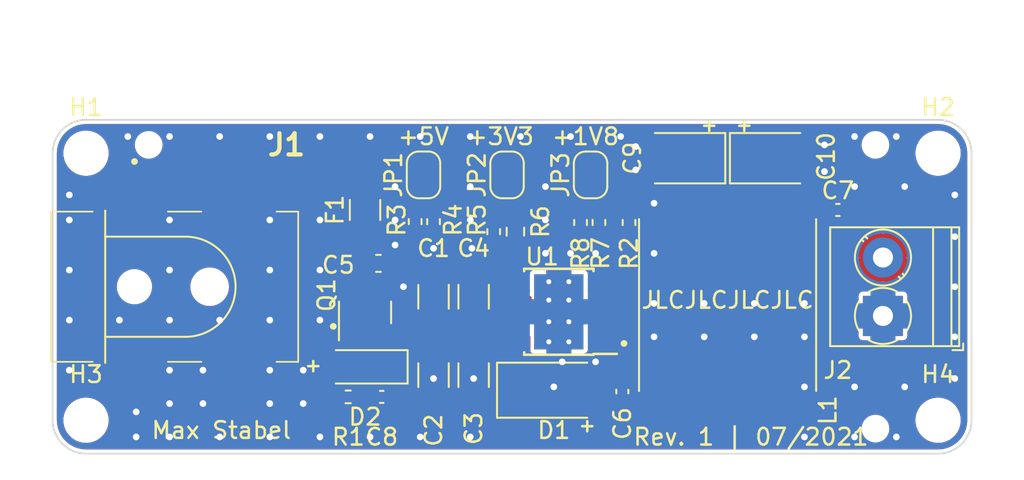
<source format=kicad_pcb>
(kicad_pcb (version 20210623) (generator pcbnew)
  (title_block (title "TPS5430") (date "2021-07-15") (rev "1.0.0") (company "Max Stabel"))
  (layers (0 "F.Cu" signal) (31 "B.Cu" signal) (34 "B.Paste" user) (35 "F.Paste" user) (36 "B.SilkS" user "B.Silkscreen") (37 "F.SilkS" user "F.Silkscreen") (38 "B.Mask" user) (39 "F.Mask" user) (44 "Edge.Cuts" user))
  (net 0 "")
  (net 1 "VCC")
  (net 2 "GND")
  (net 3 "Net-(C5-Pad1)")
  (net 4 "Net-(C6-Pad1)")
  (net 5 "Net-(C6-Pad2)")
  (net 6 "VDD")
  (net 7 "Net-(C8-Pad2)")
  (net 8 "Net-(F1-Pad1)")
  (net 9 "Net-(JP1-Pad1)")
  (net 10 "/Feedback")
  (net 11 "Net-(JP2-Pad1)")
  (net 12 "Net-(JP3-Pad1)")
  (net 13 "Net-(R5-Pad2)")
  (footprint "Diode_SMD:D_SMA" (layer "F.Cu") (at 177 92.2)
    (fp_text reference "D1" (at 0 2.4) (layer "F.SilkS"))
    (fp_text value "SS34")
    (fp_line (start -3.4 -1.65) (end -3.4 1.65) (layer "F.SilkS") (width 0.12))
    (fp_line (start -3.4 -1.65) (end 2 -1.65) (layer "F.SilkS") (width 0.12))
    (fp_line (start -3.4 1.65) (end 2 1.65) (layer "F.SilkS") (width 0.12))
    (pad "1" smd rect locked (at -2 0) (size 2.5 1.8) (layers "F.Cu" "F.Paste" "F.Mask") (net 5 "Net-(C6-Pad2)"))
    (pad "2" smd rect locked (at 2 0) (size 2.5 1.8) (layers "F.Cu" "F.Paste" "F.Mask") (net 2 "GND"))
  )
  (footprint "Capacitor_Tantalum_SMD:CP_EIA-3528-21_Kemet-B" (layer "F.Cu") (at 190 78.3)
    (fp_text reference "C10" (at 3.3 -0.1 90) (layer "F.SilkS"))
    (fp_text value "100u{slash}6.3V")
    (fp_line (start -2.46 -1.51) (end -2.46 1.51) (layer "F.SilkS") (width 0.12))
    (fp_line (start 1.75 -1.51) (end -2.46 -1.51) (layer "F.SilkS") (width 0.12))
    (fp_line (start -2.46 1.51) (end 1.75 1.51) (layer "F.SilkS") (width 0.12))
    (pad "1" smd roundrect locked (at -1.5375 0) (size 1.325 2.35) (layers "F.Cu" "F.Paste" "F.Mask") (roundrect_rratio 0.1886792453) (net 6 "VDD"))
    (pad "2" smd roundrect locked (at 1.5375 0) (size 1.325 2.35) (layers "F.Cu" "F.Paste" "F.Mask") (roundrect_rratio 0.1886792453) (net 2 "GND"))
  )
  (footprint "Package_TO_SOT_SMD:SOT-23" (layer "F.Cu") (at 165.7 87.5375 90)
    (fp_text reference "Q1" (at 1.0375 -2.3 90) (layer "F.SilkS"))
    (fp_text value "AO3401A")
    (fp_line (start 0 1.56) (end 0.65 1.56) (layer "F.SilkS") (width 0.12))
    (fp_line (start 0 1.56) (end -0.65 1.56) (layer "F.SilkS") (width 0.12))
    (fp_line (start 0 -1.56) (end -1.675 -1.56) (layer "F.SilkS") (width 0.12))
    (fp_line (start 0 -1.56) (end 0.65 -1.56) (layer "F.SilkS") (width 0.12))
    (pad "1" smd roundrect locked (at -0.9375 -0.95 90) (size 1.475 0.6) (layers "F.Cu" "F.Paste" "F.Mask") (net 7 "Net-(C8-Pad2)"))
    (pad "2" smd roundrect locked (at -0.9375 0.95 90) (size 1.475 0.6) (layers "F.Cu" "F.Paste" "F.Mask") (net 1 "VCC"))
    (pad "3" smd roundrect locked (at 0.9375 0 90) (size 1.475 0.6) (layers "F.Cu" "F.Paste" "F.Mask") (net 3 "Net-(C5-Pad1)"))
  )
  (footprint "Capacitor_SMD:C_0402_1005Metric" (layer "F.Cu") (at 181.1 92.28 -90)
    (fp_text reference "C6" (at 1.92 0 90) (layer "F.SilkS"))
    (fp_text value "10n")
    (fp_line (start -0.107836 0.36) (end 0.107836 0.36) (layer "F.SilkS") (width 0.12))
    (fp_line (start -0.107836 -0.36) (end 0.107836 -0.36) (layer "F.SilkS") (width 0.12))
    (pad "1" smd roundrect locked (at -0.48 0 270) (size 0.56 0.62) (layers "F.Cu" "F.Paste" "F.Mask") (net 4 "Net-(C6-Pad1)"))
    (pad "2" smd roundrect locked (at 0.48 0 270) (size 0.56 0.62) (layers "F.Cu" "F.Paste" "F.Mask") (net 5 "Net-(C6-Pad2)"))
  )
  (footprint "Capacitor_SMD:C_0402_1005Metric" (layer "F.Cu") (at 166.7 92.6 180)
    (fp_text reference "C8" (at 0 -2.4) (layer "F.SilkS"))
    (fp_text value "100n/16V")
    (fp_line (start -0.107836 0.36) (end 0.107836 0.36) (layer "F.SilkS") (width 0.12))
    (fp_line (start -0.107836 -0.36) (end 0.107836 -0.36) (layer "F.SilkS") (width 0.12))
    (pad "1" smd roundrect locked (at -0.48 0 180) (size 0.56 0.62) (layers "F.Cu" "F.Paste" "F.Mask") (net 1 "VCC"))
    (pad "2" smd roundrect locked (at 0.48 0 180) (size 0.56 0.62) (layers "F.Cu" "F.Paste" "F.Mask") (net 7 "Net-(C8-Pad2)"))
  )
  (footprint "MountingHole:MountingHole_2.2mm_M2_ISO7380" (layer "F.Cu") (at 200 94)
    (fp_text reference "H4" (at 0 -2.75) (layer "F.SilkS"))
    (fp_text value "MountingHole")
    (pad "1" np_thru_hole circle locked (at 0 0) (size 2.2 2.2) (drill 2.2) (layers *.Cu *.Mask))
  )
  (footprint "Diode_SMD:D_MiniMELF" (layer "F.Cu") (at 165.7 90.8 180)
    (fp_text reference "D2" (at 0 -3) (layer "F.SilkS"))
    (fp_text value "ZMM5V6")
    (fp_line (start 1.75 -1) (end -2.55 -1) (layer "F.SilkS") (width 0.12))
    (fp_line (start -2.55 1) (end 1.75 1) (layer "F.SilkS") (width 0.12))
    (fp_line (start -2.55 -1) (end -2.55 1) (layer "F.SilkS") (width 0.12))
    (pad "1" smd rect locked (at -1.75 0 180) (size 1.3 1.7) (layers "F.Cu" "F.Paste" "F.Mask") (net 1 "VCC"))
    (pad "2" smd rect locked (at 1.75 0 180) (size 1.3 1.7) (layers "F.Cu" "F.Paste" "F.Mask") (net 7 "Net-(C8-Pad2)"))
  )
  (footprint "Capacitor_SMD:C_0603_1608Metric" (layer "F.Cu") (at 166.5 84.6)
    (fp_text reference "C5" (at -2.4 0.1) (layer "F.SilkS"))
    (fp_text value "100n{slash}50V")
    (fp_line (start -0.14058 -0.51) (end 0.14058 -0.51) (layer "F.SilkS") (width 0.12))
    (fp_line (start -0.14058 0.51) (end 0.14058 0.51) (layer "F.SilkS") (width 0.12))
    (pad "1" smd roundrect locked (at -0.775 0) (size 0.9 0.95) (layers "F.Cu" "F.Paste" "F.Mask") (net 3 "Net-(C5-Pad1)"))
    (pad "2" smd roundrect locked (at 0.775 0) (size 0.9 0.95) (layers "F.Cu" "F.Paste" "F.Mask") (net 2 "GND"))
  )
  (footprint "Jumper:SolderJumper-2_P1.3mm_Open_RoundedPad1.0x1.5mm" (layer "F.Cu") (at 174.2 79.3 90)
    (fp_text reference "JP2" (at 0 -1.8 90) (layer "F.SilkS"))
    (fp_text value "SolderJumper_2_Open")
    (fp_line (start 1.4 -0.3) (end 1.4 0.3) (layer "F.SilkS") (width 0.12))
    (fp_line (start 0.7 1) (end -0.7 1) (layer "F.SilkS") (width 0.12))
    (fp_line (start -1.4 0.3) (end -1.4 -0.3) (layer "F.SilkS") (width 0.12))
    (fp_line (start -0.7 -1) (end 0.7 -1) (layer "F.SilkS") (width 0.12))
    (fp_arc (start -0.7 0.3) (end -1.4 0.3) (angle -90) (layer "F.SilkS") (width 0.12))
    (fp_arc (start -0.7 -0.3) (end -0.7 -1) (angle -90) (layer "F.SilkS") (width 0.12))
    (fp_arc (start 0.7 0.3) (end 0.7 1) (angle -90) (layer "F.SilkS") (width 0.12))
    (fp_arc (start 0.7 -0.3) (end 1.4 -0.3) (angle -90) (layer "F.SilkS") (width 0.12))
    (pad "1" smd custom locked (at -0.65 0 90) (size 1 0.5) (layers "F.Cu" "F.Mask") (net 11 "Net-(JP2-Pad1)") (options (clearance outline) (anchor rect)) (primitives (gr_circle (center 0 0.25) (end 0.5 0.25) (width 0) (fill yes)) (gr_circle (center 0 -0.25) (end 0.5 -0.25) (width 0) (fill yes)) (gr_poly (pts (xy 0 -0.75) (xy 0.5 -0.75) (xy 0.5 0.75) (xy 0 0.75)) (width 0) (fill yes))))
    (pad "2" smd custom locked (at 0.65 0 90) (size 1 0.5) (layers "F.Cu" "F.Mask") (net 10 "/Feedback") (options (clearance outline) (anchor rect)) (primitives (gr_circle (center 0 0.25) (end 0.5 0.25) (width 0) (fill yes)) (gr_circle (center 0 -0.25) (end 0.5 -0.25) (width 0) (fill yes)) (gr_poly (pts (xy 0 -0.75) (xy -0.5 -0.75) (xy -0.5 0.75) (xy 0 0.75)) (width 0) (fill yes))))
  )
  (footprint "Resistor_SMD:R_0402_1005Metric" (layer "F.Cu") (at 168.7 82.1 -90)
    (fp_text reference "R3" (at -0.1 1.1 90) (layer "F.SilkS"))
    (fp_text value "3k3")
    (fp_line (start -0.153641 -0.38) (end 0.153641 -0.38) (layer "F.SilkS") (width 0.12))
    (fp_line (start -0.153641 0.38) (end 0.153641 0.38) (layer "F.SilkS") (width 0.12))
    (pad "1" smd roundrect locked (at -0.51 0 270) (size 0.54 0.64) (layers "F.Cu" "F.Paste" "F.Mask") (net 9 "Net-(JP1-Pad1)"))
    (pad "2" smd roundrect locked (at 0.51 0 270) (size 0.54 0.64) (layers "F.Cu" "F.Paste" "F.Mask") (net 2 "GND"))
  )
  (footprint "Capacitor_SMD:C_1206_3216Metric" (layer "F.Cu") (at 172.2 86.6 90)
    (fp_text reference "C4" (at 2.9 0 180) (layer "F.SilkS"))
    (fp_text value "10u/50V")
    (fp_line (start -0.711252 -0.91) (end 0.711252 -0.91) (layer "F.SilkS") (width 0.12))
    (fp_line (start -0.711252 0.91) (end 0.711252 0.91) (layer "F.SilkS") (width 0.12))
    (pad "1" smd roundrect locked (at -1.475 0 90) (size 1.15 1.8) (layers "F.Cu" "F.Paste" "F.Mask") (roundrect_rratio 0.2173913043) (net 1 "VCC"))
    (pad "2" smd roundrect locked (at 1.475 0 90) (size 1.15 1.8) (layers "F.Cu" "F.Paste" "F.Mask") (roundrect_rratio 0.2173913043) (net 2 "GND"))
  )
  (footprint "Resistor_SMD:R_0402_1005Metric" (layer "F.Cu") (at 179.7 82.15 -90)
    (fp_text reference "R7" (at 1.85 -0.1 90) (layer "F.SilkS"))
    (fp_text value "22k")
    (fp_line (start -0.153641 0.38) (end 0.153641 0.38) (layer "F.SilkS") (width 0.12))
    (fp_line (start -0.153641 -0.38) (end 0.153641 -0.38) (layer "F.SilkS") (width 0.12))
    (pad "1" smd roundrect locked (at -0.51 0 270) (size 0.54 0.64) (layers "F.Cu" "F.Paste" "F.Mask") (net 12 "Net-(JP3-Pad1)"))
    (pad "2" smd roundrect locked (at 0.51 0 270) (size 0.54 0.64) (layers "F.Cu" "F.Paste" "F.Mask") (net 2 "GND"))
  )
  (footprint "Jumper:SolderJumper-2_P1.3mm_Open_RoundedPad1.0x1.5mm" (layer "F.Cu") (at 169.2 79.3 90)
    (fp_text reference "JP1" (at 0 -1.8 90) (layer "F.SilkS"))
    (fp_text value "SolderJumper_2_Open")
    (fp_line (start -0.7 -1) (end 0.7 -1) (layer "F.SilkS") (width 0.12))
    (fp_line (start 1.4 -0.3) (end 1.4 0.3) (layer "F.SilkS") (width 0.12))
    (fp_line (start -1.4 0.3) (end -1.4 -0.3) (layer "F.SilkS") (width 0.12))
    (fp_line (start 0.7 1) (end -0.7 1) (layer "F.SilkS") (width 0.12))
    (fp_arc (start -0.7 -0.3) (end -0.7 -1) (angle -90) (layer "F.SilkS") (width 0.12))
    (fp_arc (start -0.7 0.3) (end -1.4 0.3) (angle -90) (layer "F.SilkS") (width 0.12))
    (fp_arc (start 0.7 -0.3) (end 1.4 -0.3) (angle -90) (layer "F.SilkS") (width 0.12))
    (fp_arc (start 0.7 0.3) (end 0.7 1) (angle -90) (layer "F.SilkS") (width 0.12))
    (pad "1" smd custom locked (at -0.65 0 90) (size 1 0.5) (layers "F.Cu" "F.Mask") (net 9 "Net-(JP1-Pad1)") (options (clearance outline) (anchor rect)) (primitives (gr_circle (center 0 0.25) (end 0.5 0.25) (width 0) (fill yes)) (gr_circle (center 0 -0.25) (end 0.5 -0.25) (width 0) (fill yes)) (gr_poly (pts (xy 0 -0.75) (xy 0.5 -0.75) (xy 0.5 0.75) (xy 0 0.75)) (width 0) (fill yes))))
    (pad "2" smd custom locked (at 0.65 0 90) (size 1 0.5) (layers "F.Cu" "F.Mask") (net 10 "/Feedback") (options (clearance outline) (anchor rect)) (primitives (gr_circle (center 0 0.25) (end 0.5 0.25) (width 0) (fill yes)) (gr_circle (center 0 -0.25) (end 0.5 -0.25) (width 0) (fill yes)) (gr_poly (pts (xy 0 -0.75) (xy -0.5 -0.75) (xy -0.5 0.75) (xy 0 0.75)) (width 0) (fill yes))))
  )
  (footprint "Package_SO:TI_SO-PowerPAD-8_ThermalVias" (layer "F.Cu") (at 177.3 87.5 180)
    (fp_text reference "U1" (at 1 3.3) (layer "F.SilkS"))
    (fp_text value "TPS5430DDA")
    (fp_line (start 2.075 2.575) (end 2.075 2.43) (layer "F.SilkS") (width 0.15))
    (fp_line (start 2.075 -2.575) (end 2.075 -2.43) (layer "F.SilkS") (width 0.15))
    (fp_line (start -2.075 -2.525) (end -3.475 -2.525) (layer "F.SilkS") (width 0.15))
    (fp_line (start -2.075 2.575) (end 2.075 2.575) (layer "F.SilkS") (width 0.15))
    (fp_line (start -2.075 -2.575) (end -2.075 -2.525) (layer "F.SilkS") (width 0.15))
    (fp_line (start -2.075 -2.575) (end 2.075 -2.575) (layer "F.SilkS") (width 0.15))
    (fp_line (start -2.075 2.575) (end -2.075 2.43) (layer "F.SilkS") (width 0.15))
    (pad "1" smd rect locked (at -2.7 -1.905 180) (size 1.55 0.6) (layers "F.Cu" "F.Paste" "F.Mask") (net 4 "Net-(C6-Pad1)"))
    (pad "2" smd rect locked (at -2.7 -0.635 180) (size 1.55 0.6) (layers "F.Cu" "F.Paste" "F.Mask"))
    (pad "3" smd rect locked (at -2.7 0.635 180) (size 1.55 0.6) (layers "F.Cu" "F.Paste" "F.Mask"))
    (pad "4" smd rect locked (at -2.7 1.905 180) (size 1.55 0.6) (layers "F.Cu" "F.Paste" "F.Mask") (net 10 "/Feedback"))
    (pad "5" smd rect locked (at 2.7 1.905 180) (size 1.55 0.6) (layers "F.Cu" "F.Paste" "F.Mask"))
    (pad "6" smd rect locked (at 2.7 0.635 180) (size 1.55 0.6) (layers "F.Cu" "F.Paste" "F.Mask") (net 2 "GND"))
    (pad "7" smd rect locked (at 2.7 -0.635 180) (size 1.55 0.6) (layers "F.Cu" "F.Paste" "F.Mask") (net 1 "VCC"))
    (pad "8" smd rect locked (at 2.7 -1.905 180) (size 1.55 0.6) (layers "F.Cu" "F.Paste" "F.Mask") (net 5 "Net-(C6-Pad2)"))
    (pad "9" thru_hole circle locked (at 0.6 1.8 180) (size 0.6 0.6) (drill 0.3) (layers *.Cu) (net 2 "GND"))
    (pad "9" smd rect locked (at 0 0 180) (size 2.6 3.1) (layers "F.Cu" "F.Paste" "F.Mask") (net 2 "GND"))
    (pad "9" thru_hole circle locked (at 0.6 -0.6 180) (size 0.6 0.6) (drill 0.3) (layers *.Cu) (net 2 "GND"))
    (pad "9" smd rect locked (at 0 0 180) (size 2.95 4.5) (layers "F.Cu") (net 2 "GND"))
    (pad "9" smd rect locked (at 0 0 180) (size 2.95 4.5) (layers "B.Cu") (net 2 "GND"))
    (pad "9" thru_hole circle locked (at -0.6 -1.8 180) (size 0.6 0.6) (drill 0.3) (layers *.Cu) (net 2 "GND"))
    (pad "9" thru_hole circle locked (at 0.6 -1.8 180) (size 0.6 0.6) (drill 0.3) (layers *.Cu) (net 2 "GND"))
    (pad "9" thru_hole circle locked (at -0.6 0.7 180) (size 0.6 0.6) (drill 0.3) (layers *.Cu) (net 2 "GND"))
    (pad "9" thru_hole circle locked (at 0.6 0.7 180) (size 0.6 0.6) (drill 0.3) (layers *.Cu) (net 2 "GND"))
    (pad "9" thru_hole circle locked (at -0.6 -0.6 180) (size 0.6 0.6) (drill 0.3) (layers *.Cu) (net 2 "GND"))
    (pad "9" thru_hole circle locked (at -0.6 1.8 180) (size 0.6 0.6) (drill 0.3) (layers *.Cu) (net 2 "GND"))
  )
  (footprint "Capacitor_SMD:C_1206_3216Metric" (layer "F.Cu") (at 172.2 91.3 -90)
    (fp_text reference "C3" (at 3.2 0 90) (layer "F.SilkS"))
    (fp_text value "10u/50V")
    (fp_line (start -0.711252 0.91) (end 0.711252 0.91) (layer "F.SilkS") (width 0.12))
    (fp_line (start -0.711252 -0.91) (end 0.711252 -0.91) (layer "F.SilkS") (width 0.12))
    (pad "1" smd roundrect locked (at -1.475 0 270) (size 1.15 1.8) (layers "F.Cu" "F.Paste" "F.Mask") (roundrect_rratio 0.2173913043) (net 1 "VCC"))
    (pad "2" smd roundrect locked (at 1.475 0 270) (size 1.15 1.8) (layers "F.Cu" "F.Paste" "F.Mask") (roundrect_rratio 0.2173913043) (net 2 "GND"))
  )
  (footprint "Capacitor_SMD:C_1206_3216Metric" (layer "F.Cu") (at 169.8 86.6 90)
    (fp_text reference "C1" (at 2.9 0 180) (layer "F.SilkS"))
    (fp_text value "10u/50V")
    (fp_line (start -0.711252 -0.91) (end 0.711252 -0.91) (layer "F.SilkS") (width 0.12))
    (fp_line (start -0.711252 0.91) (end 0.711252 0.91) (layer "F.SilkS") (width 0.12))
    (pad "1" smd roundrect locked (at -1.475 0 90) (size 1.15 1.8) (layers "F.Cu" "F.Paste" "F.Mask") (roundrect_rratio 0.2173913043) (net 1 "VCC"))
    (pad "2" smd roundrect locked (at 1.475 0 90) (size 1.15 1.8) (layers "F.Cu" "F.Paste" "F.Mask") (roundrect_rratio 0.2173913043) (net 2 "GND"))
  )
  (footprint "MountingHole:MountingHole_2.2mm_M2_ISO7380" (layer "F.Cu") (at 149 78)
    (fp_text reference "H1" (at 0 -2.75) (layer "F.SilkS"))
    (fp_text value "MountingHole")
    (pad "1" np_thru_hole circle locked (at 0 0) (size 2.2 2.2) (drill 2.2) (layers *.Cu *.Mask))
  )
  (footprint "Capacitor_SMD:C_1206_3216Metric" (layer "F.Cu") (at 169.8 91.3 -90)
    (fp_text reference "C2" (at 3.3 0 90) (layer "F.SilkS"))
    (fp_text value "10u/50V")
    (fp_line (start -0.711252 0.91) (end 0.711252 0.91) (layer "F.SilkS") (width 0.12))
    (fp_line (start -0.711252 -0.91) (end 0.711252 -0.91) (layer "F.SilkS") (width 0.12))
    (pad "1" smd roundrect locked (at -1.475 0 270) (size 1.15 1.8) (layers "F.Cu" "F.Paste" "F.Mask") (roundrect_rratio 0.2173913043) (net 1 "VCC"))
    (pad "2" smd roundrect locked (at 1.475 0 270) (size 1.15 1.8) (layers "F.Cu" "F.Paste" "F.Mask") (roundrect_rratio 0.2173913043) (net 2 "GND"))
  )
  (footprint "MyFootprints:L_Sunlord_MWSA1004S_10x11.5x4mm" (layer "F.Cu") (at 187.4 87.1 90)
    (fp_text reference "L1" (at -6.3 6 90) (layer "F.SilkS"))
    (fp_text value "47u")
    (fp_line (start -5.15 5.3) (end 5.15 5.3) (layer "F.SilkS") (width 0.12))
    (fp_line (start -5.15 -5.3) (end 5.15 -5.3) (layer "F.SilkS") (width 0.12))
    (pad "1" smd rect locked (at -4.75 0 90) (size 4.1 4.1) (layers "F.Cu" "F.Paste" "F.Mask" "Eco2.User") (net 5 "Net-(C6-Pad2)"))
    (pad "2" smd rect locked (at 4.75 0 90) (size 4.1 4.1) (layers "F.Cu" "F.Paste" "F.Mask") (net 6 "VDD"))
  )
  (footprint "Resistor_SMD:R_0402_1005Metric" (layer "F.Cu") (at 169.8 82.1 -90)
    (fp_text reference "R4" (at -0.1 -1.17 90) (layer "F.SilkS"))
    (fp_text value "150k")
    (fp_line (start -0.153641 0.38) (end 0.153641 0.38) (layer "F.SilkS") (width 0.12))
    (fp_line (start -0.153641 -0.38) (end 0.153641 -0.38) (layer "F.SilkS") (width 0.12))
    (pad "1" smd roundrect locked (at -0.51 0 270) (size 0.54 0.64) (layers "F.Cu" "F.Paste" "F.Mask") (net 9 "Net-(JP1-Pad1)"))
    (pad "2" smd roundrect locked (at 0.51 0 270) (size 0.54 0.64) (layers "F.Cu" "F.Paste" "F.Mask") (net 2 "GND"))
  )
  (footprint "MyFootprints:ToolingHole_1.152mm" (layer "F.Cu") (at 152.75 77.5)
    (fp_text reference "REF**")
    (fp_text value "ToolingHole_1.152mm")
    (pad "" np_thru_hole circle locked (at 0 0) (size 1.152 1.152) (drill 1.152) (layers *.Cu *.Mask))
  )
  (footprint "MountingHole:MountingHole_2.2mm_M2_ISO7380" (layer "F.Cu") (at 200 78)
    (fp_text reference "H2" (at 0 -2.75) (layer "F.SilkS"))
    (fp_text value "MountingHole")
    (pad "1" np_thru_hole circle locked (at 0 0) (size 2.2 2.2) (drill 2.2) (layers *.Cu *.Mask))
  )
  (footprint "MyFootprints:ToolingHole_1.152mm" (layer "F.Cu") (at 196.25 77.5)
    (fp_text reference "REF**")
    (fp_text value "ToolingHole_1.152mm")
    (pad "" np_thru_hole circle locked (at 0 0) (size 1.152 1.152) (drill 1.152) (layers *.Cu *.Mask))
  )
  (footprint "Resistor_SMD:R_0402_1005Metric" (layer "F.Cu") (at 164.69 92.6 180)
    (fp_text reference "R1" (at -0.01 -2.4) (layer "F.SilkS"))
    (fp_text value "12k")
    (fp_line (start -0.153641 0.38) (end 0.153641 0.38) (layer "F.SilkS") (width 0.12))
    (fp_line (start -0.153641 -0.38) (end 0.153641 -0.38) (layer "F.SilkS") (width 0.12))
    (pad "1" smd roundrect locked (at -0.51 0 180) (size 0.54 0.64) (layers "F.Cu" "F.Paste" "F.Mask") (net 7 "Net-(C8-Pad2)"))
    (pad "2" smd roundrect locked (at 0.51 0 180) (size 0.54 0.64) (layers "F.Cu" "F.Paste" "F.Mask") (net 2 "GND"))
  )
  (footprint "Resistor_SMD:R_0402_1005Metric" (layer "F.Cu") (at 178.6 82.15 -90)
    (fp_text reference "R8" (at 1.85 0 90) (layer "F.SilkS"))
    (fp_text value "470k")
    (fp_line (start -0.153641 0.38) (end 0.153641 0.38) (layer "F.SilkS") (width 0.12))
    (fp_line (start -0.153641 -0.38) (end 0.153641 -0.38) (layer "F.SilkS") (width 0.12))
    (pad "1" smd roundrect locked (at -0.51 0 270) (size 0.54 0.64) (layers "F.Cu" "F.Paste" "F.Mask") (net 12 "Net-(JP3-Pad1)"))
    (pad "2" smd roundrect locked (at 0.51 0 270) (size 0.54 0.64) (layers "F.Cu" "F.Paste" "F.Mask") (net 2 "GND"))
  )
  (footprint "MyFootprints:ToolingHole_1.152mm" (layer "F.Cu") (at 196.25 94.5)
    (fp_text reference "REF**")
    (fp_text value "ToolingHole_1.152mm")
    (pad "" np_thru_hole circle locked (at 0 0) (size 1.152 1.152) (drill 1.152) (layers *.Cu *.Mask))
  )
  (footprint "Capacitor_SMD:C_0402_1005Metric" (layer "F.Cu") (at 194 81.4)
    (fp_text reference "C7" (at 0 -1.16) (layer "F.SilkS"))
    (fp_text value "10u/6.3V")
    (fp_line (start -0.107836 -0.36) (end 0.107836 -0.36) (layer "F.SilkS") (width 0.12))
    (fp_line (start -0.107836 0.36) (end 0.107836 0.36) (layer "F.SilkS") (width 0.12))
    (pad "1" smd roundrect locked (at -0.48 0) (size 0.56 0.62) (layers "F.Cu" "F.Paste" "F.Mask") (net 6 "VDD"))
    (pad "2" smd roundrect locked (at 0.48 0) (size 0.56 0.62) (layers "F.Cu" "F.Paste" "F.Mask") (net 2 "GND"))
  )
  (footprint "Resistor_SMD:R_0402_1005Metric" (layer "F.Cu") (at 173.4 82.7 -90)
    (fp_text reference "R5" (at -0.7 1 90) (layer "F.SilkS"))
    (fp_text value "5k6")
    (fp_line (start -0.153641 0.38) (end 0.153641 0.38) (layer "F.SilkS") (width 0.12))
    (fp_line (start -0.153641 -0.38) (end 0.153641 -0.38) (layer "F.SilkS") (width 0.12))
    (pad "1" smd roundrect locked (at -0.51 0 270) (size 0.54 0.64) (layers "F.Cu" "F.Paste" "F.Mask") (net 11 "Net-(JP2-Pad1)"))
    (pad "2" smd roundrect locked (at 0.51 0 270) (size 0.54 0.64) (layers "F.Cu" "F.Paste" "F.Mask") (net 13 "Net-(R5-Pad2)"))
  )
  (footprint "Jumper:SolderJumper-2_P1.3mm_Open_RoundedPad1.0x1.5mm" (layer "F.Cu") (at 179.2 79.3 90)
    (fp_text reference "JP3" (at 0 -1.8 90) (layer "F.SilkS"))
    (fp_text value "SolderJumper_2_Open")
    (fp_line (start 0.7 1) (end -0.7 1) (layer "F.SilkS") (width 0.12))
    (fp_line (start -1.4 0.3) (end -1.4 -0.3) (layer "F.SilkS") (width 0.12))
    (fp_line (start 1.4 -0.3) (end 1.4 0.3) (layer "F.SilkS") (width 0.12))
    (fp_line (start -0.7 -1) (end 0.7 -1) (layer "F.SilkS") (width 0.12))
    (fp_arc (start -0.7 0.3) (end -1.4 0.3) (angle -90) (layer "F.SilkS") (width 0.12))
    (fp_arc (start -0.7 -0.3) (end -0.7 -1) (angle -90) (layer "F.SilkS") (width 0.12))
    (fp_arc (start 0.7 0.3) (end 0.7 1) (angle -90) (layer "F.SilkS") (width 0.12))
    (fp_arc (start 0.7 -0.3) (end 1.4 -0.3) (angle -90) (layer "F.SilkS") (width 0.12))
    (pad "1" smd custom locked (at -0.65 0 90) (size 1 0.5) (layers "F.Cu" "F.Mask") (net 12 "Net-(JP3-Pad1)") (options (clearance outline) (anchor rect)) (primitives (gr_circle (center 0 0.25) (end 0.5 0.25) (width 0) (fill yes)) (gr_circle (center 0 -0.25) (end 0.5 -0.25) (width 0) (fill yes)) (gr_poly (pts (xy 0 -0.75) (xy 0.5 -0.75) (xy 0.5 0.75) (xy 0 0.75)) (width 0) (fill yes))))
    (pad "2" smd custom locked (at 0.65 0 90) (size 1 0.5) (layers "F.Cu" "F.Mask") (net 10 "/Feedback") (options (clearance outline) (anchor rect)) (primitives (gr_circle (center 0 0.25) (end 0.5 0.25) (width 0) (fill yes)) (gr_circle (center 0 -0.25) (end 0.5 -0.25) (width 0) (fill yes)) (gr_poly (pts (xy 0 -0.75) (xy -0.5 -0.75) (xy -0.5 0.75) (xy 0 0.75)) (width 0) (fill yes))))
  )
  (footprint "TerminalBlock_Phoenix:TerminalBlock_Phoenix_PT-1,5-2-3.5-H_1x02_P3.50mm_Horizontal" (layer "F.Cu") (at 196.7 87.75 90)
    (fp_text reference "J2" (at -3.25 -2.7 180) (layer "F.SilkS"))
    (fp_text value "Screw_Terminal_01x02")
    (fp_line (start -2.05 4.8) (end -1.65 4.8) (layer "F.SilkS") (width 0.12))
    (fp_line (start 4.775 -1.069) (end 4.646 -0.941) (layer "F.SilkS") (width 0.12))
    (fp_line (start -1.81 4.56) (end 5.31 4.56) (layer "F.SilkS") (width 0.12))
    (fp_line (start 2.525 1.181) (end 2.431 1.274) (layer "F.SilkS") (width 0.12))
    (fp_line (start -1.81 -3.16) (end 5.31 -3.16) (layer "F.SilkS") (width 0.12))
    (fp_line (start -1.81 -3.16) (end -1.81 4.56) (layer "F.SilkS") (width 0.12))
    (fp_line (start 5.31 -3.16) (end 5.31 4.56) (layer "F.SilkS") (width 0.12))
    (fp_line (start 2.355 0.941) (end 2.226 1.069) (layer "F.SilkS") (width 0.12))
    (fp_line (start -1.81 3) (end 5.31 3) (layer "F.SilkS") (width 0.12))
    (fp_line (start -2.05 4.16) (end -2.05 4.8) (layer "F.SilkS") (width 0.12))
    (fp_line (start 4.57 -1.275) (end 4.476 -1.181) (layer "F.SilkS") (width 0.12))
    (fp_line (start -1.81 4.1) (end 5.31 4.1) (layer "F.SilkS") (width 0.12))
    (fp_arc (start 0 0) (end 0.866 -1.44) (angle -63) (layer "F.SilkS") (width 0.12))
    (fp_arc (start 0 0) (end 0 1.68) (angle -32) (layer "F.SilkS") (width 0.12))
    (fp_arc (start 0 0) (end -0.866 1.44) (angle -32) (layer "F.SilkS") (width 0.12))
    (fp_arc (start 0 0) (end -1.44 -0.866) (angle -63) (layer "F.SilkS") (width 0.12))
    (fp_arc (start 0 0) (end 1.425 0.891) (angle -64) (layer "F.SilkS") (width 0.12))
    (fp_circle (center 3.5 0) (end 5.18 0) (layer "F.SilkS") (width 0.12) (fill none))
    (pad "1" thru_hole rect locked (at 0 0 90) (size 2.4 2.4) (drill 1.2) (layers *.Cu *.Mask) (net 2 "GND"))
    (pad "2" thru_hole circle locked (at 3.5 0 90) (size 2.4 2.4) (drill 1.2) (layers *.Cu *.Mask) (net 6 "VDD"))
  )
  (footprint "Resistor_SMD:R_0402_1005Metric" (layer "F.Cu") (at 181.5 82.15 90)
    (fp_text reference "R2" (at -1.85 0 90) (layer "F.SilkS"))
    (fp_text value "10k")
    (fp_line (start -0.153641 0.38) (end 0.153641 0.38) (layer "F.SilkS") (width 0.12))
    (fp_line (start -0.153641 -0.38) (end 0.153641 -0.38) (layer "F.SilkS") (width 0.12))
    (pad "1" smd roundrect locked (at -0.51 0 90) (size 0.54 0.64) (layers "F.Cu" "F.Paste" "F.Mask") (net 6 "VDD"))
    (pad "2" smd roundrect locked (at 0.51 0 90) (size 0.54 0.64) (layers "F.Cu" "F.Paste" "F.Mask") (net 10 "/Feedback"))
  )
  (footprint "Capacitor_Tantalum_SMD:CP_EIA-3528-21_Kemet-B" (layer "F.Cu") (at 184.8 78.3 180)
    (fp_text reference "C9" (at 3.1 0 90) (layer "F.SilkS"))
    (fp_text value "100u{slash}6.3V")
    (fp_line (start -2.46 -1.51) (end -2.46 1.51) (layer "F.SilkS") (width 0.12))
    (fp_line (start 1.75 -1.51) (end -2.46 -1.51) (layer "F.SilkS") (width 0.12))
    (fp_line (start -2.46 1.51) (end 1.75 1.51) (layer "F.SilkS") (width 0.12))
    (pad "1" smd roundrect locked (at -1.5375 0 180) (size 1.325 2.35) (layers "F.Cu" "F.Paste" "F.Mask") (roundrect_rratio 0.1886792453) (net 6 "VDD"))
    (pad "2" smd roundrect locked (at 1.5375 0 180) (size 1.325 2.35) (layers "F.Cu" "F.Paste" "F.Mask") (roundrect_rratio 0.1886792453) (net 2 "GND"))
  )
  (footprint "MountingHole:MountingHole_2.2mm_M2_ISO7380" (layer "F.Cu") (at 149 94)
    (fp_text reference "H3" (at 0 -2.75) (layer "F.SilkS"))
    (fp_text value "MountingHole")
    (pad "1" np_thru_hole circle locked (at 0 0) (size 2.2 2.2) (drill 2.2) (layers *.Cu *.Mask))
  )
  (footprint "Fuse:Fuse_1206_3216Metric" (layer "F.Cu") (at 165.7 81.4 -90)
    (fp_text reference "F1" (at 0 1.8 90) (layer "F.SilkS"))
    (fp_text value "Polyfuse")
    (fp_line (start -0.602064 0.91) (end 0.602064 0.91) (layer "F.SilkS") (width 0.12))
    (fp_line (start -0.602064 -0.91) (end 0.602064 -0.91) (layer "F.SilkS") (width 0.12))
    (pad "1" smd roundrect locked (at -1.4 0 270) (size 1.25 1.75) (layers "F.Cu" "F.Paste" "F.Mask") (roundrect_rratio 0.2) (net 8 "Net-(F1-Pad1)"))
    (pad "2" smd roundrect locked (at 1.4 0 270) (size 1.25 1.75) (layers "F.Cu" "F.Paste" "F.Mask") (roundrect_rratio 0.2) (net 3 "Net-(C5-Pad1)"))
  )
  (footprint "Resistor_SMD:R_0603_1608Metric" (layer "F.Cu") (at 174.7 82.7 90)
    (fp_text reference "R6" (at 0.6 1.5 90) (layer "F.SilkS"))
    (fp_text value "270")
    (fp_line (start -0.237258 -0.5225) (end 0.237258 -0.5225) (layer "F.SilkS") (width 0.12))
    (fp_line (start -0.237258 0.5225) (end 0.237258 0.5225) (layer "F.SilkS") (width 0.12))
    (pad "1" smd roundrect locked (at -0.825 0 90) (size 0.8 0.95) (layers "F.Cu" "F.Paste" "F.Mask") (net 13 "Net-(R5-Pad2)"))
    (pad "2" smd roundrect locked (at 0.825 0 90) (size 0.8 0.95) (layers "F.Cu" "F.Paste" "F.Mask") (net 2 "GND"))
  )
  (footprint "MyFootprints:DC-005-5A-2.0-SMT" (layer "F.Cu") (at 154.3 86)
    (fp_text reference "J1" (at 6.7 -8.5) (layer "F.SilkS") (effects (font (size 1.27 1.27) (thickness 0.254))))
    (fp_text value "Barrel_Jack" hide)
    (fp_line (start 7.4 4.5) (end 6.1 4.5) (layer "F.SilkS") (width 0.1))
    (fp_line (start -7.4 -4.5) (end -7.4 4.5) (layer "F.SilkS") (width 0.1))
    (fp_line (start -4.15 -3) (end 0.65 -3) (layer "F.SilkS") (width 0.12))
    (fp_line (start -0.4 4.5) (end 1.6 4.5) (layer "F.SilkS") (width 0.1))
    (fp_line (start -4.15 4.56) (end -4.15 -4.56) (layer "F.SilkS") (width 0.12))
    (fp_line (start -0.4 -4.5) (end 1.6 -4.5) (layer "F.SilkS") (width 0.1))
    (fp_line (start 6.1 -4.5) (end 7.4 -4.5) (layer "F.SilkS") (width 0.1))
    (fp_line (start -7.4 4.5) (end -4.9 4.5) (layer "F.SilkS") (width 0.1))
    (fp_line (start 7.4 -4.5) (end 7.4 4.5) (layer "F.SilkS") (width 0.1))
    (fp_line (start -4.15 3) (end 0.65 3) (layer "F.SilkS") (width 0.12))
    (fp_line (start -4.9 -4.5) (end -7.4 -4.5) (layer "F.SilkS") (width 0.1))
    (fp_arc (start 0.65 0) (end 0.65 3) (angle -180) (layer "F.SilkS") (width 0.12))
    (pad "1" smd rect (at 3.7 -5.7 90) (size 2.4 2.8) (layers "F.Cu" "F.Paste" "F.Mask") (net 8 "Net-(F1-Pad1)"))
    (pad "1" smd rect (at -2.4 -5.7 90) (size 2.4 2.8) (layers "F.Cu" "F.Paste" "F.Mask") (net 8 "Net-(F1-Pad1)"))
    (pad "2" smd rect (at -2.4 5.7 90) (size 2.4 2.8) (layers "F.Cu" "F.Paste" "F.Mask") (net 2 "GND"))
    (pad "3" smd rect (at 3.7 5.7 90) (size 2.4 2.8) (layers "F.Cu" "F.Paste" "F.Mask") (net 2 "GND"))
    (pad "MH1" np_thru_hole circle (at -2.4 0) (size 1.6 1.6) (drill 1.6) (layers *.Cu *.Mask))
    (pad "MH2" np_thru_hole circle (at 2.1 0) (size 1.8 1.8) (drill 1.8) (layers *.Cu *.Mask))
  )
  (gr_circle (center 151.9 78.5) (end 152 78.5) (layer "F.SilkS") (width 0.2) (fill none))
  (gr_circle (center 163.8 88.375) (end 163.9 88.375) (layer "F.SilkS") (width 0.2) (fill none))
  (gr_circle (center 181.2 89.4) (end 181.3 89.4) (layer "F.SilkS") (width 0.2) (fill none))
  (gr_line (start 149 96) (end 200 96) (layer "Edge.Cuts") (width 0.1))
  (gr_arc (start 200 94) (end 202 94) (angle 90) (layer "Edge.Cuts") (width 0.1))
  (gr_arc (start 149 78) (end 149 76) (angle -90) (layer "Edge.Cuts") (width 0.1))
  (gr_arc (start 149 94) (end 149 96) (angle 90) (layer "Edge.Cuts") (width 0.1))
  (gr_line (start 202 94) (end 202 78) (layer "Edge.Cuts") (width 0.1))
  (gr_line (start 147 78) (end 147 94) (layer "Edge.Cuts") (width 0.1))
  (gr_line (start 200 76) (end 149 76) (layer "Edge.Cuts") (width 0.1))
  (gr_arc (start 200 78) (end 202 78) (angle -90) (layer "Edge.Cuts") (width 0.1))
  (gr_text "+5V" (at 169.2 77) (layer "F.SilkS") (effects (font (size 1 1))))
  (gr_text "+" (at 186.3 76.3) (layer "F.SilkS") (effects (font (size 0.8 0.8))))
  (gr_text "Max Stabel" (at 157.1 94.6) (layer "F.SilkS") (effects (font (size 1 1))))
  (gr_text "+" (at 179 94.3) (layer "F.SilkS") (effects (font (size 0.8 0.8))))
  (gr_text "+1V8" (at 178.9 77) (layer "F.SilkS") (effects (font (size 1 1))))
  (gr_text "JLCJLCJLCJLC" (at 187.4 86.8) (layer "F.SilkS") (effects (font (size 1 1))))
  (gr_text "+" (at 162.6 90.7) (layer "F.SilkS") (effects (font (size 0.8 0.8))))
  (gr_text "+" (at 188.4 76.3) (layer "F.SilkS") (effects (font (size 0.8 0.8))))
  (gr_text "+3V3" (at 173.8 77) (layer "F.SilkS") (effects (font (size 1 1))))
  (gr_text "Rev. 1 | 07/2021" (at 188.8 95) (layer "F.SilkS") (effects (font (size 1 1))))
  (via (at 163 77) (size 0.8) (drill 0.4) (layers "F.Cu" "B.Cu") (net 2))
  (via (at 178 77) (size 0.8) (drill 0.4) (layers "F.Cu" "B.Cu") (net 2))
  (via (at 192 87) (size 0.8) (drill 0.4) (layers "F.Cu" "B.Cu") (net 2))
  (via (at 195 92) (size 0.8) (drill 0.4) (layers "F.Cu" "B.Cu") (net 2))
  (via (at 157 95) (size 0.8) (drill 0.4) (layers "F.Cu" "B.Cu") (net 2))
  (via (at 160 91) (size 0.8) (drill 0.4) (layers "F.Cu" "B.Cu") (net 2))
  (via (at 160 77) (size 0.8) (drill 0.4) (layers "F.Cu" "B.Cu") (net 2))
  (via (at 166 95) (size 0.8) (drill 0.4) (layers "F.Cu" "B.Cu") (net 2))
  (via (at 192 89) (size 0.8) (drill 0.4) (layers "F.Cu" "B.Cu") (net 2))
  (via (at 148 82) (size 0.8) (drill 0.4) (layers "F.Cu" "B.Cu") (net 2))
  (via (at 172 80) (size 0.8) (drill 0.4) (layers "F.Cu" "B.Cu") (net 2))
  (via (at 193.2 79.1) (size 0.8) (drill 0.4) (layers "F.Cu" "B.Cu") (net 2))
  (via (at 186 87) (size 0.8) (drill 0.4) (layers "F.Cu" "B.Cu") (net 2))
  (via (at 198 92) (size 0.8) (drill 0.4) (layers "F.Cu" "B.Cu") (net 2))
  (via (at 163 95) (size 0.8) (drill 0.4) (layers "F.Cu" "B.Cu") (net 2))
  (via (at 176.5 80) (size 0.8) (drill 0.4) (layers "F.Cu" "B.Cu") (net 2))
  (via (at 195 80) (size 0.8) (drill 0.4) (layers "F.Cu" "B.Cu") (net 2))
  (via (at 177.5 90.5) (size 0.8) (drill 0.4) (layers "F.Cu" "B.Cu") (net 2))
  (via (at 201 91.5) (size 0.8) (drill 0.4) (layers "F.Cu" "B.Cu") (net 2))
  (via (at 152 95) (size 0.8) (drill 0.4) (layers "F.Cu" "B.Cu") (net 2))
  (via (at 162 93) (size 0.8) (drill 0.4) (layers "F.Cu" "B.Cu") (net 2))
  (via (at 201 89) (size 0.8) (drill 0.4) (layers "F.Cu" "B.Cu") (net 2))
  (via (at 157 88) (size 0.8) (drill 0.4) (layers "F.Cu" "B.Cu") (net 2))
  (via (at 172.2 91.5) (size 0.8) (drill 0.4) (layers "F.Cu" "B.Cu") (net 2))
  (via (at 160 95) (size 0.8) (drill 0.4) (layers "F.Cu" "B.Cu") (net 2))
  (via (at 172 77) (size 0.8) (drill 0.4) (layers "F.Cu" "B.Cu") (net 2))
  (via (at 181.9 77.6) (size 0.8) (drill 0.4) (layers "F.Cu" "B.Cu") (net 2))
  (via (at 177 92) (size 0.8) (drill 0.4) (layers "F.Cu" "B.Cu") (net 2))
  (via (at 189 87) (size 0.8) (drill 0.4) (layers "F.Cu" "B.Cu") (net 2))
  (via (at 169 95) (size 0.8) (drill 0.4) (layers "F.Cu" "B.Cu") (net 2))
  (via (at 163 88) (size 0.8) (drill 0.4) (layers "F.Cu" "B.Cu") (net 2))
  (via (at 154 88) (size 0.8) (drill 0.4) (layers "F.Cu" "B.Cu") (net 2))
  (via (at 154 91) (size 0.8) (drill 0.4) (layers "F.Cu" "B.Cu") (net 2))
  (via (at 157 77) (size 0.8) (drill 0.4) (layers "F.Cu" "B.Cu") (net 2))
  (via (at 160 88) (size 0.8) (drill 0.4) (layers "F.Cu" "B.Cu") (net 2))
  (via (at 195 95) (size 0.8) (drill 0.4) (layers "F.Cu" "B.Cu") (net 2))
  (via (at 189 89) (size 0.8) (drill 0.4) (layers "F.Cu" "B.Cu") (net 2))
  (via (at 148 80.5) (size 0.8) (drill 0.4) (layers "F.Cu" "B.Cu") (net 2))
  (via (at 148 85) (size 0.8) (drill 0.4) (layers "F.Cu" "B.Cu") (net 2))
  (via (at 151.5 77) (size 0.8) (drill 0.4) (layers "F.Cu" "B.Cu") (net 2))
  (via (at 183 81) (size 0.8) (drill 0.4) (layers "F.Cu" "B.Cu") (net 2))
  (via (at 152 93.5) (size 0.8) (drill 0.4) (layers "F.Cu" "B.Cu") (net 2))
  (via (at 201 80.5) (size 0.8) (drill 0.4) (layers "F.Cu" "B.Cu") (net 2))
  (via (at 169 77) (size 0.8) (drill 0.4) (layers "F.Cu" "B.Cu") (net 2))
  (via (at 181.9 79) (size 0.8) (drill 0.4) (layers "F.Cu" "B.Cu") (net 2))
  (via (at 160 82) (size 0.8) (drill 0.4) (layers "F.Cu" "B.Cu") (net 2))
  (via (at 201 83) (size 0.8) (drill 0.4) (layers "F.Cu" "B.Cu") (net 2))
  (via (at 167.5 80) (size 0.8) (drill 0.4) (layers "F.Cu" "B.Cu") (net 2))
  (via (at 179.5 84) (size 0.8) (drill 0.4) (layers "F.Cu" "B.Cu") (net 2))
  (via (at 148 88) (size 0.8) (drill 0.4) (layers "F.Cu" "B.Cu") (net 2))
  (via (at 198 80) (size 0.8) (drill 0.4) (layers "F.Cu" "B.Cu") (net 2))
  (via (at 162 91) (size 0.8) (drill 0.4) (layers "F.Cu" "B.Cu") (net 2))
  (via (at 163 82) (size 0.8) (drill 0.4) (layers "F.Cu" "B.Cu") (net 2))
  (via (at 192 95) (size 0.8) (drill 0.4) (layers "F.Cu" "B.Cu") (net 2))
  (via (at 169.8 91.5) (size 0.8) (drill 0.4) (layers "F.Cu" "B.Cu") (net 2))
  (via (at 154 77) (size 0.8) (drill 0.4) (layers "F.Cu" "B.Cu") (net 2))
  (via (at 186 89) (size 0.8) (drill 0.4) (layers "F.Cu" "B.Cu") (net 2))
  (via (at 156 91) (size 0.8) (drill 0.4) (layers "F.Cu" "B.Cu") (net 2))
  (via (at 166 77) (size 0.8) (drill 0.4) (layers "F.Cu" "B.Cu") (net 2))
  (via (at 175 77) (size 0.8) (drill 0.4) (layers "F.Cu" "B.Cu") (net 2))
  (via (at 201 86) (size 0.8) (drill 0.4) (layers "F.Cu" "B.Cu") (net 2))
  (via (at 195 77) (size 0.8) (drill 0.4) (layers "F.Cu" "B.Cu") (net 2))
  (via (at 163 85) (size 0.8) (drill 0.4) (layers "F.Cu" "B.Cu") (net 2))
  (via (at 172.1 83.7) (size 0.8) (drill 0.4) (layers "F.Cu" "B.Cu") (net 2))
  (via (at 154 93) (size 0.8) (drill 0.4) (layers "F.Cu" "B.Cu") (net 2))
  (via (at 154 82) (size 0.8) (drill 0.4) (layers "F.Cu" "B.Cu") (net 2))
  (via (at 183 84) (size 0.8) (drill 0.4) (layers "F.Cu" "B.Cu") (net 2))
  (via (at 168 86) (size 0.8) (drill 0.4) (layers "F.Cu" "B.Cu") (net 2))
  (via (at 169.8 83.7) (size 0.8) (drill 0.4) (layers "F.Cu" "B.Cu") (net 2))
  (via (at 154 95) (size 0.8) (drill 0.4) (layers "F.Cu" "B.Cu") (net 2))
  (via (at 154 85) (size 0.8) (drill 0.4) (layers "F.Cu" "B.Cu") (net 2))
  (via (at 160 93) (size 0.8) (drill 0.4) (layers "F.Cu" "B.Cu") (net 2))
  (via (at 179.5 90.5) (size 0.8) (drill 0.4) (layers "F.Cu" "B.Cu") (net 2))
  (via (at 148 91) (size 0.8) (drill 0.4) (layers "F.Cu" "B.Cu") (net 2))
  (via (at 192 92) (size 0.8) (drill 0.4) (layers "F.Cu" "B.Cu") (net 2))
  (via (at 172 82) (size 0.8) (drill 0.4) (layers "F.Cu" "B.Cu") (net 2))
  (via (at 178 84) (size 0.8) (drill 0.4) (layers "F.Cu" "B.Cu") (net 2))
  (via (at 197.5 95) (size 0.8) (drill 0.4) (layers "F.Cu" "B.Cu") (net 2))
  (via (at 172 95) (size 0.8) (drill 0.4) (layers "F.Cu" "B.Cu") (net 2))
  (via (at 167.5 82) (size 0.8) (drill 0.4) (layers "F.Cu" "B.Cu") (net 2))
  (via (at 151 88) (size 0.8) (drill 0.4) (layers "F.Cu" "B.Cu") (net 2))
  (via (at 160 85) (size 0.8) (drill 0.4) (layers "F.Cu" "B.Cu") (net 2))
  (via (at 176.5 82) (size 0.8) (drill 0.4) (layers "F.Cu" "B.Cu") (net 2))
  (via (at 167.5 83.5) (size 0.8) (drill 0.4) (layers "F.Cu" "B.Cu") (net 2))
  (via (at 183 87) (size 0.8) (drill 0.4) (layers "F.Cu" "B.Cu") (net 2))
  (via (at 183 89) (size 0.8) (drill 0.4) (layers "F.Cu" "B.Cu") (net 2))
  (via (at 197.5 77) (size 0.8) (drill 0.4) (layers "F.Cu" "B.Cu") (net 2))
  (via (at 193.2 77.5) (size 0.8) (drill 0.4) (layers "F.Cu" "B.Cu") (net 2))
  (via (at 176.5 84) (size 0.8) (drill 0.4) (layers "F.Cu" "B.Cu") (net 2))
  (via (at 181 77) (size 0.8) (drill 0.4) (layers "F.Cu" "B.Cu") (net 2))
  (via (at 156 93) (size 0.8) (drill 0.4) (layers "F.Cu" "B.Cu") (net 2))
  (segment (start 181.1 90.505) (end 180 89.405) (width 0.25) (layer "F.Cu") (net 4))
  (segment (start 181.1 91.8) (end 181.1 90.505) (width 0.25) (layer "F.Cu") (net 4))
  (segment (start 187.09 82.66) (end 187.4 82.35) (width 0.25) (layer "F.Cu") (net 6))
  (segment (start 181.5 82.66) (end 187.09 82.66) (width 0.25) (layer "F.Cu") (net 6))
  (segment (start 168.7 81.59) (end 168.7 80.45) (width 0.25) (layer "F.Cu") (net 9))
  (segment (start 168.7 80.45) (end 169.2 79.95) (width 0.25) (layer "F.Cu") (net 9))
  (segment (start 168.7 81.59) (end 169.8 81.59) (width 0.25) (layer "F.Cu") (net 9))
  (segment (start 174.2 78.65) (end 169.2 78.65) (width 0.25) (layer "F.Cu") (net 10))
  (segment (start 181.5 81.64) (end 181.5 80.199876) (width 0.25) (layer "F.Cu") (net 10))
  (segment (start 180.6 82.54) (end 180.6 84.995) (width 0.25) (layer "F.Cu") (net 10))
  (segment (start 181.5 81.64) (end 180.6 82.54) (width 0.25) (layer "F.Cu") (net 10))
  (segment (start 181.5 80.199876) (end 179.950124 78.65) (width 0.25) (layer "F.Cu") (net 10))
  (segment (start 179.2 78.65) (end 174.2 78.65) (width 0.25) (layer "F.Cu") (net 10))
  (segment (start 179.950124 78.65) (end 179.2 78.65) (width 0.25) (layer "F.Cu") (net 10))
  (segment (start 180.6 84.995) (end 180 85.595) (width 0.25) (layer "F.Cu") (net 10))
  (segment (start 173.4 82.19) (end 173.4 80.75) (width 0.25) (layer "F.Cu") (net 11))
  (segment (start 173.4 80.75) (end 174.2 79.95) (width 0.25) (layer "F.Cu") (net 11))
  (segment (start 179.7 81.64) (end 179.7 80.45) (width 0.25) (layer "F.Cu") (net 12))
  (segment (start 178.6 81.64) (end 179.7 81.64) (width 0.25) (layer "F.Cu") (net 12))
  (segment (start 179.7 80.45) (end 179.2 79.95) (width 0.25) (layer "F.Cu") (net 12))
  (segment (start 174.385 83.21) (end 174.7 83.525) (width 0.25) (layer "F.Cu") (net 13))
  (segment (start 173.4 83.21) (end 174.385 83.21) (width 0.25) (layer "F.Cu") (net 13))
  (zone (net 5) (net_name "Net-(C6-Pad2)") (layer "F.Cu") (priority 5) (connect_pads (clearance 0.1)) (min_thickness 0.25) (fill yes (thermal_gap 0.2) (thermal_bridge_width 1.5))
    (polygon (pts (xy 175.5 90) (xy 176.5 90) (xy 176.5 91.1) (xy 176.5 93.3) (xy 180.5 93.3) (xy 180.5 92.3) (xy 181.7 92.3) (xy 181.7 89.6) (xy 189.6 89.6) (xy 189.6 94.9) (xy 173.6 94.9) (xy 173.6 90) (xy 175.7 90)))
  )
  (zone (net 5) (net_name "Net-(C6-Pad2)") (layer "F.Cu") (priority 5) (connect_pads yes (clearance 0.1)) (min_thickness 0.25) (fill yes (thermal_gap 0.2) (thermal_bridge_width 1.5))
    (polygon (pts (xy 175.6 90) (xy 173.6 90) (xy 173.6 88.9) (xy 175.6 88.9)))
  )
  (zone (net 8) (net_name "Net-(F1-Pad1)") (layer "F.Cu") (priority 5) (connect_pads yes (clearance 0.254)) (min_thickness 1) (fill yes (thermal_gap 0.35) (thermal_bridge_width 1.5))
    (polygon (pts (xy 166.6 81.1) (xy 159.6 81.1) (xy 159.601046 81.10189) (xy 150.521474 81.089623) (xy 150.499968 79.397459) (xy 166.6 79.4)))
  )
  (zone (net 3) (net_name "Net-(C5-Pad1)") (layer "F.Cu") (priority 5) (connect_pads yes (clearance 0.254)) (min_thickness 1) (fill yes (thermal_gap 0.5) (thermal_bridge_width 1.5))
    (polygon (pts (xy 166.8 83.7) (xy 166.6 83.7) (xy 166.6 87.3) (xy 164.6 87.3) (xy 164.6 82) (xy 166.8 82)))
  )
  (zone (net 6) (net_name "VDD") (layer "F.Cu") (priority 5) (connect_pads (clearance 0.254)) (min_thickness 0.1) (fill yes (thermal_gap 0.25) (thermal_bridge_width 2))
    (polygon (pts (xy 190.7 79.6) (xy 194 79.6) (xy 194 82.3) (xy 198.4 82.3) (xy 198.3 86) (xy 185.1 86) (xy 185.1 84.7) (xy 185.1 84.6) (xy 185.1 77.6) (xy 190.7 77.6)))
  )
  (zone (net 7) (net_name "Net-(C8-Pad2)") (layer "F.Cu") (priority 5) (connect_pads yes (clearance 0.254)) (min_thickness 1) (fill yes (thermal_gap 0.5) (thermal_bridge_width 1.5))
    (polygon (pts (xy 165.6 92) (xy 166.5 92) (xy 166.5 93.1) (xy 164.7 93.1) (xy 164.7 91.9) (xy 163 91.9) (xy 163 89.6) (xy 164.2 89.6) (xy 164.2 87.7) (xy 165.6 87.7)))
  )
  (zone (net 1) (net_name "VCC") (layer "F.Cu") (priority 5) (connect_pads (clearance 0.254)) (min_thickness 0.1) (fill yes (thermal_gap 0.3) (thermal_bridge_width 1.5))
    (polygon (pts (xy 173.7 87.8) (xy 175.6 87.8) (xy 175.6 88.6) (xy 173.2 88.6) (xy 173.2 90.9) (xy 168.6 90.9) (xy 168.6 93.1) (xy 166.9 93.1) (xy 166.9 91.7) (xy 165.9 91.7) (xy 165.9 87.7) (xy 166.9 87.7) (xy 166.9 86.9) (xy 173.7 86.9)))
  )
  (zone (net 2) (net_name "GND") (layers F&B.Cu) (connect_pads (clearance 0.254)) (min_thickness 0.15) (fill yes (thermal_gap 0.254) (thermal_bridge_width 1.5))
    (polygon (pts (xy 202 96) (xy 147 96) (xy 147 76) (xy 202 76)))
  )
)
</source>
